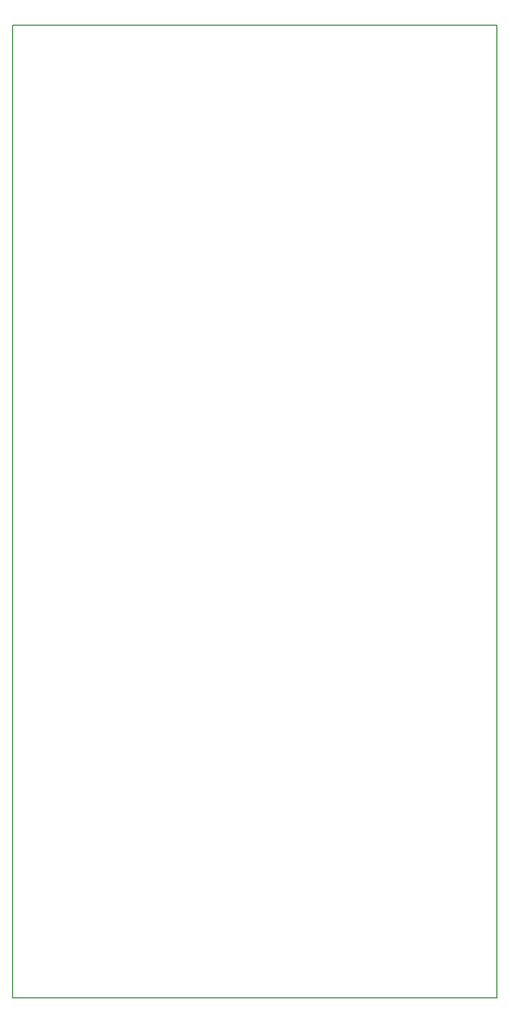
<source format=gbr>
%TF.GenerationSoftware,KiCad,Pcbnew,8.0.6*%
%TF.CreationDate,2025-04-05T08:59:43-04:00*%
%TF.ProjectId,Blinds4U,426c696e-6473-4345-952e-6b696361645f,rev?*%
%TF.SameCoordinates,Original*%
%TF.FileFunction,Profile,NP*%
%FSLAX46Y46*%
G04 Gerber Fmt 4.6, Leading zero omitted, Abs format (unit mm)*
G04 Created by KiCad (PCBNEW 8.0.6) date 2025-04-05 08:59:43*
%MOMM*%
%LPD*%
G01*
G04 APERTURE LIST*
%TA.AperFunction,Profile*%
%ADD10C,0.200000*%
%TD*%
G04 APERTURE END LIST*
D10*
X36195000Y-26670000D02*
X111125000Y-26670000D01*
X111125000Y-177165000D01*
X36195000Y-177165000D01*
X36195000Y-26670000D01*
M02*

</source>
